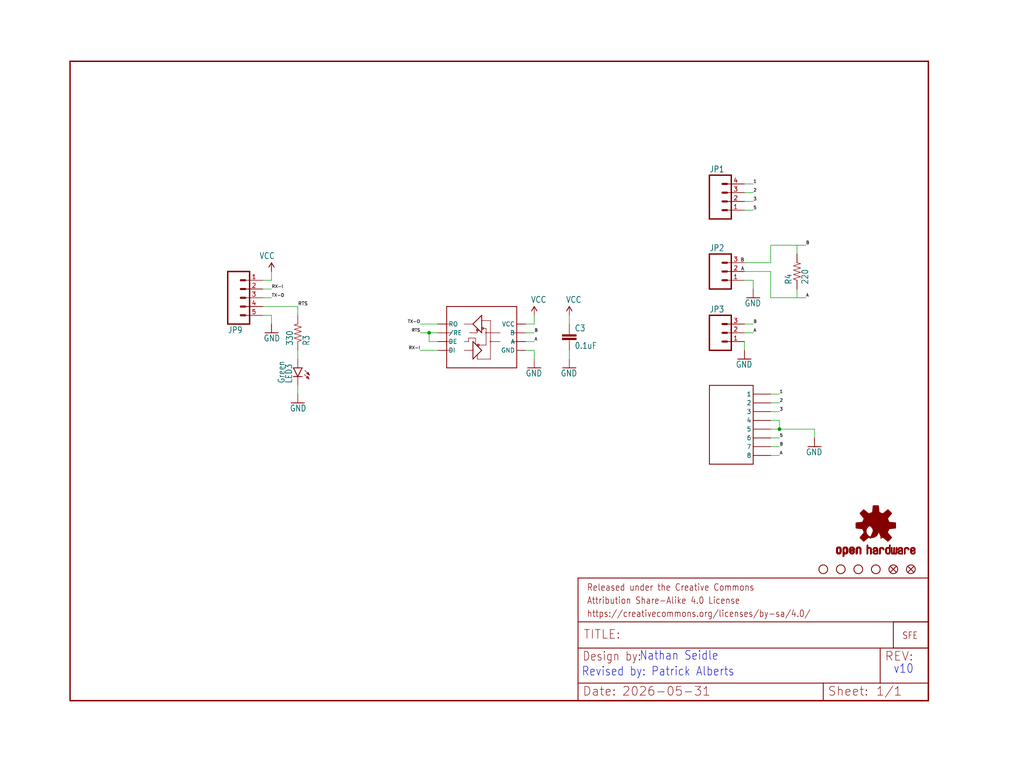
<source format=kicad_sch>
(kicad_sch (version 20231120) (generator "eeschema") (generator_version "8.0")
  (paper "User" 297.002 223.926)
  (lib_symbols
    (symbol "RS485_Breakout_v10-eagle-import:0.1UF-25V(+80/-20%)(0603)"
      (property "Reference" "C" (at 1.524 2.921 0))
      (symbol "0.1UF-25V(+80/-20%)(0603)_1_0"
        (pin passive line (at 0 5.08 270) (length 2.54) (name "1") (number "1"))
        (pin passive line (at 0 -2.54 90) (length 2.54) (name "2") (number "2"))
      )
    )
    (symbol "RS485_Breakout_v10-eagle-import:22OHM1/10W1%(0603)"
      (property "Reference" "R" (at -3.81 1.4986 0))
      (symbol "22OHM1/10W1%(0603)_1_0"
        (pin passive line (at -5.08 0 0) (length 2.54) (name "1") (number "1"))
        (pin passive line (at 5.08 0 180) (length 2.54) (name "2") (number "2"))
      )
    )
    (symbol "RS485_Breakout_v10-eagle-import:330OHM1/10W1%(0603)"
      (property "Reference" "R" (at -3.81 1.4986 0))
      (symbol "330OHM1/10W1%(0603)_1_0"
        (pin passive line (at -5.08 0 0) (length 2.54) (name "1") (number "1"))
        (pin passive line (at 5.08 0 180) (length 2.54) (name "2") (number "2"))
      )
    )
    (symbol "RS485_Breakout_v10-eagle-import:FIDUCIAL1X2")
    (symbol "RS485_Breakout_v10-eagle-import:FRAME-LETTER"
      (symbol "FRAME-LETTER_2_0"
        (text "${#}/${##}" (at 86.36 1.27 0) (effects (font (size 2.54 2.54)) (justify left bottom)))
        (text "${CURRENT_DATE}" (at 12.7 1.27 0) (effects (font (size 2.54 2.54)) (justify left bottom)))
        (text "${PROJECTNAME}" (at 15.494 17.78 0) (effects (font (size 2.7432 2.7432)) (justify left bottom)))
        (text "Attribution Share-Alike 4.0 License" (at 2.54 27.94 0) (effects (font (size 1.9304 1.6408)) (justify left bottom)))
        (text "Date:" (at 1.27 1.27 0) (effects (font (size 2.54 2.54)) (justify left bottom)))
        (text "Design by:" (at 1.27 11.43 0) (effects (font (size 2.54 2.159)) (justify left bottom)))
        (text "https://creativecommons.org/licenses/by-sa/4.0/" (at 2.54 24.13 0) (effects (font (size 1.9304 1.6408)) (justify left bottom)))
        (text "Released under the Creative Commons" (at 2.54 31.75 0) (effects (font (size 1.9304 1.6408)) (justify left bottom)))
        (text "REV:" (at 88.9 11.43 0) (effects (font (size 2.54 2.54)) (justify left bottom)))
        (text "Sheet:" (at 72.39 1.27 0) (effects (font (size 2.54 2.54)) (justify left bottom)))
        (text "TITLE:" (at 1.524 17.78 0) (effects (font (size 2.54 2.54)) (justify left bottom)))
      )
    )
    (symbol "RS485_Breakout_v10-eagle-import:GND" (power)
      (symbol "GND_1_0"
        (pin power_in line (at 0 2.54 270) (length 2.54) (name "GND") (number "1"))
      )
    )
    (symbol "RS485_Breakout_v10-eagle-import:LED-GREEN0603"
      (property "Reference" "D" (at 3.556 -4.572 90))
      (symbol "LED-GREEN0603_1_0"
        (pin passive line (at 0 2.54 270) (length 2.54) (name "A") (number "A"))
        (pin passive line (at 0 -5.08 90) (length 2.54) (name "C") (number "C"))
      )
    )
    (symbol "RS485_Breakout_v10-eagle-import:LOGO-SFESK"
      (symbol "LOGO-SFESK_1_0"
        (text "SFE" (at 0 0 0) (effects (font (size 1.9304 1.6408)) (justify left bottom)))
      )
    )
    (symbol "RS485_Breakout_v10-eagle-import:M03PTH"
      (property "Reference" "JP" (at -2.54 5.842 0))
      (symbol "M03PTH_1_0"
        (pin passive line (at 7.62 -2.54 180) (length 5.08) (name "1") (number "1"))
        (pin passive line (at 7.62 0 180) (length 5.08) (name "2") (number "2"))
        (pin passive line (at 7.62 2.54 180) (length 5.08) (name "3") (number "3"))
      )
    )
    (symbol "RS485_Breakout_v10-eagle-import:M03SCREW"
      (property "Reference" "JP" (at -2.54 5.842 0))
      (symbol "M03SCREW_1_0"
        (pin passive line (at 7.62 -2.54 180) (length 5.08) (name "1") (number "1"))
        (pin passive line (at 7.62 0 180) (length 5.08) (name "2") (number "2"))
        (pin passive line (at 7.62 2.54 180) (length 5.08) (name "3") (number "3"))
      )
    )
    (symbol "RS485_Breakout_v10-eagle-import:M04PTH"
      (property "Reference" "JP" (at -5.08 8.382 0))
      (symbol "M04PTH_1_0"
        (pin passive line (at 5.08 -2.54 180) (length 5.08) (name "1") (number "1"))
        (pin passive line (at 5.08 0 180) (length 5.08) (name "2") (number "2"))
        (pin passive line (at 5.08 2.54 180) (length 5.08) (name "3") (number "3"))
        (pin passive line (at 5.08 5.08 180) (length 5.08) (name "4") (number "4"))
      )
    )
    (symbol "RS485_Breakout_v10-eagle-import:M05PTH"
      (property "Reference" "JP" (at -2.54 8.382 0))
      (symbol "M05PTH_1_0"
        (pin passive line (at 7.62 -5.08 180) (length 5.08) (name "1") (number "1"))
        (pin passive line (at 7.62 -2.54 180) (length 5.08) (name "2") (number "2"))
        (pin passive line (at 7.62 0 180) (length 5.08) (name "3") (number "3"))
        (pin passive line (at 7.62 2.54 180) (length 5.08) (name "4") (number "4"))
        (pin passive line (at 7.62 5.08 180) (length 5.08) (name "5") (number "5"))
      )
    )
    (symbol "RS485_Breakout_v10-eagle-import:OSHW-LOGOS")
    (symbol "RS485_Breakout_v10-eagle-import:RJ45-8PTH"
      (symbol "RJ45-8PTH_1_0"
        (pin bidirectional line (at -12.7 10.16 0) (length 5.08) (name "1") (number "1"))
        (pin bidirectional line (at -12.7 7.62 0) (length 5.08) (name "2") (number "2"))
        (pin bidirectional line (at -12.7 5.08 0) (length 5.08) (name "3") (number "3"))
        (pin bidirectional line (at -12.7 2.54 0) (length 5.08) (name "4") (number "4"))
        (pin bidirectional line (at -12.7 0 0) (length 5.08) (name "5") (number "5"))
        (pin bidirectional line (at -12.7 -2.54 0) (length 5.08) (name "6") (number "6"))
        (pin bidirectional line (at -12.7 -5.08 0) (length 5.08) (name "7") (number "7"))
        (pin bidirectional line (at -12.7 -7.62 0) (length 5.08) (name "8") (number "8"))
      )
    )
    (symbol "RS485_Breakout_v10-eagle-import:RS485SOIC"
      (symbol "RS485SOIC_1_0"
        (pin bidirectional line (at -10.16 2.54 0) (length 2.54) (name "RO") (number "1"))
        (pin bidirectional line (at -10.16 0 0) (length 2.54) (name "/RE") (number "2"))
        (pin bidirectional line (at -10.16 -2.54 0) (length 2.54) (name "DE") (number "3"))
        (pin bidirectional line (at -10.16 -5.08 0) (length 2.54) (name "DI") (number "4"))
        (pin bidirectional line (at 15.24 -5.08 180) (length 2.54) (name "GND") (number "5"))
        (pin bidirectional line (at 15.24 -2.54 180) (length 2.54) (name "A") (number "6"))
        (pin bidirectional line (at 15.24 0 180) (length 2.54) (name "B") (number "7"))
        (pin bidirectional line (at 15.24 2.54 180) (length 2.54) (name "VCC") (number "8"))
      )
    )
    (symbol "RS485_Breakout_v10-eagle-import:STAND-OFF")
    (symbol "RS485_Breakout_v10-eagle-import:VCC" (power)
      (symbol "VCC_1_0"
        (pin power_in line (at 0 0 90) (length 2.54) (name "VCC") (number "1"))
      )
    )
  )
  (junction (at 226.06 124.46))
  (junction (at 124.46 96.52))
  (wire (pts (xy 154.94 93.98) (xy 154.94 91.44)) (stroke (width 0.1524)))
  (wire (pts (xy 223.52 76.2) (xy 223.52 71.12)) (stroke (width 0.1524)))
  (wire (pts (xy 215.9 78.74) (xy 223.52 78.74)) (stroke (width 0.1524)))
  (wire (pts (xy 215.9 58.42) (xy 218.44 58.42)) (stroke (width 0.1524)))
  (wire (pts (xy 215.9 55.88) (xy 218.44 55.88)) (stroke (width 0.1524)))
  (wire (pts (xy 218.44 81.28) (xy 218.44 83.82)) (stroke (width 0.1524)))
  (wire (pts (xy 127 101.6) (xy 121.92 101.6)) (stroke (width 0.1524)))
  (wire (pts (xy 223.52 121.92) (xy 226.06 121.92)) (stroke (width 0.1524)))
  (wire (pts (xy 124.46 96.52) (xy 121.92 96.52)) (stroke (width 0.1524)))
  (wire (pts (xy 236.22 124.46) (xy 236.22 127)) (stroke (width 0.1524)))
  (wire (pts (xy 76.2 81.28) (xy 78.74 81.28)) (stroke (width 0.1524)))
  (wire (pts (xy 223.52 124.46) (xy 226.06 124.46)) (stroke (width 0.1524)))
  (wire (pts (xy 152.4 93.98) (xy 154.94 93.98)) (stroke (width 0.1524)))
  (wire (pts (xy 127 99.06) (xy 124.46 99.06)) (stroke (width 0.1524)))
  (wire (pts (xy 165.1 104.14) (xy 165.1 101.6)) (stroke (width 0.1524)))
  (wire (pts (xy 223.52 129.54) (xy 226.06 129.54)) (stroke (width 0.1524)))
  (wire (pts (xy 226.06 124.46) (xy 236.22 124.46)) (stroke (width 0.1524)))
  (wire (pts (xy 223.52 78.74) (xy 223.52 86.36)) (stroke (width 0.1524)))
  (wire (pts (xy 215.9 99.06) (xy 215.9 101.6)) (stroke (width 0.1524)))
  (wire (pts (xy 86.36 104.14) (xy 86.36 101.6)) (stroke (width 0.1524)))
  (wire (pts (xy 76.2 86.36) (xy 78.74 86.36)) (stroke (width 0.1524)))
  (wire (pts (xy 76.2 91.44) (xy 78.74 91.44)) (stroke (width 0.1524)))
  (wire (pts (xy 86.36 114.3) (xy 86.36 111.76)) (stroke (width 0.1524)))
  (wire (pts (xy 223.52 119.38) (xy 226.06 119.38)) (stroke (width 0.1524)))
  (wire (pts (xy 215.9 96.52) (xy 218.44 96.52)) (stroke (width 0.1524)))
  (wire (pts (xy 127 96.52) (xy 124.46 96.52)) (stroke (width 0.1524)))
  (wire (pts (xy 76.2 88.9) (xy 86.36 88.9)) (stroke (width 0.1524)))
  (wire (pts (xy 76.2 83.82) (xy 78.74 83.82)) (stroke (width 0.1524)))
  (wire (pts (xy 215.9 53.34) (xy 218.44 53.34)) (stroke (width 0.1524)))
  (wire (pts (xy 223.52 127) (xy 226.06 127)) (stroke (width 0.1524)))
  (wire (pts (xy 152.4 99.06) (xy 154.94 99.06)) (stroke (width 0.1524)))
  (wire (pts (xy 231.14 71.12) (xy 231.14 73.66)) (stroke (width 0.1524)))
  (wire (pts (xy 226.06 121.92) (xy 226.06 124.46)) (stroke (width 0.1524)))
  (wire (pts (xy 124.46 99.06) (xy 124.46 96.52)) (stroke (width 0.1524)))
  (wire (pts (xy 78.74 91.44) (xy 78.74 93.98)) (stroke (width 0.1524)))
  (wire (pts (xy 223.52 71.12) (xy 231.14 71.12)) (stroke (width 0.1524)))
  (wire (pts (xy 215.9 76.2) (xy 223.52 76.2)) (stroke (width 0.1524)))
  (wire (pts (xy 152.4 96.52) (xy 154.94 96.52)) (stroke (width 0.1524)))
  (wire (pts (xy 223.52 132.08) (xy 226.06 132.08)) (stroke (width 0.1524)))
  (wire (pts (xy 78.74 81.28) (xy 78.74 78.74)) (stroke (width 0.1524)))
  (wire (pts (xy 231.14 86.36) (xy 231.14 83.82)) (stroke (width 0.1524)))
  (wire (pts (xy 215.9 93.98) (xy 218.44 93.98)) (stroke (width 0.1524)))
  (wire (pts (xy 165.1 91.44) (xy 165.1 93.98)) (stroke (width 0.1524)))
  (wire (pts (xy 231.14 86.36) (xy 233.68 86.36)) (stroke (width 0.1524)))
  (wire (pts (xy 154.94 101.6) (xy 154.94 104.14)) (stroke (width 0.1524)))
  (wire (pts (xy 231.14 71.12) (xy 233.68 71.12)) (stroke (width 0.1524)))
  (wire (pts (xy 127 93.98) (xy 121.92 93.98)) (stroke (width 0.1524)))
  (wire (pts (xy 215.9 60.96) (xy 218.44 60.96)) (stroke (width 0.1524)))
  (wire (pts (xy 86.36 88.9) (xy 86.36 91.44)) (stroke (width 0.1524)))
  (wire (pts (xy 223.52 86.36) (xy 231.14 86.36)) (stroke (width 0.1524)))
  (wire (pts (xy 223.52 116.84) (xy 226.06 116.84)) (stroke (width 0.1524)))
  (wire (pts (xy 223.52 114.3) (xy 226.06 114.3)) (stroke (width 0.1524)))
  (wire (pts (xy 154.94 101.6) (xy 152.4 101.6)) (stroke (width 0.1524)))
  (wire (pts (xy 215.9 81.28) (xy 218.44 81.28)) (stroke (width 0.1524)))
  (text "v10" (at 259.08 195.58 0) (effects (font (size 2.54 2.159)) (justify left bottom)))
  (text "Nathan Seidle" (at 185.42 191.77 0) (effects (font (size 2.54 2.159)) (justify left bottom)))
  (text "Revised by: Patrick Alberts" (at 168.656 196.342 0) (effects (font (size 2.54 2.159)) (justify left bottom)))
  (label "1" (at 218.44 53.34 0) (effects (font (size 0.889 0.889))))
  (label "B" (at 233.68 71.12 0) (effects (font (size 0.889 0.889))))
  (label "TX-O" (at 78.74 86.36 0) (effects (font (size 0.889 0.889))))
  (label "A" (at 233.68 86.36 0) (effects (font (size 0.889 0.889))))
  (label "2" (at 226.06 116.84 0) (effects (font (size 0.889 0.889))))
  (label "RTS" (at 86.36 88.9 0) (effects (font (size 1.016 1.016))))
  (label "RX-I" (at 78.74 83.82 0) (effects (font (size 0.889 0.889))))
  (label "3" (at 226.06 119.38 0) (effects (font (size 0.889 0.889))))
  (label "2" (at 218.44 55.88 0) (effects (font (size 0.889 0.889))))
  (label "B" (at 154.94 96.52 0) (effects (font (size 0.889 0.889))))
  (label "5" (at 226.06 127 0) (effects (font (size 0.889 0.889))))
  (label "1" (at 226.06 114.3 0) (effects (font (size 0.889 0.889))))
  (label "A" (at 218.44 96.52 0) (effects (font (size 0.889 0.889))))
  (label "3" (at 218.44 58.42 0) (effects (font (size 0.889 0.889))))
  (label "B" (at 218.44 93.98 0) (effects (font (size 0.889 0.889))))
  (label "RTS" (at 121.92 96.52 180) (effects (font (size 0.889 0.889))))
  (label "B" (at 226.06 129.54 0) (effects (font (size 0.889 0.889))))
  (label "RX-I" (at 121.92 101.6 180) (effects (font (size 0.889 0.889))))
  (label "B" (at 215.9 76.2 180) (effects (font (size 1.016 1.016))))
  (label "5" (at 218.44 60.96 0) (effects (font (size 0.889 0.889))))
  (label "A" (at 215.9 78.74 180) (effects (font (size 1.016 1.016))))
  (label "A" (at 226.06 132.08 0) (effects (font (size 0.889 0.889))))
  (label "A" (at 154.94 99.06 0) (effects (font (size 0.889 0.889))))
  (label "TX-O" (at 121.92 93.98 180) (effects (font (size 0.889 0.889))))
  (symbol (lib_id "RS485_Breakout_v10-eagle-import:0.1UF-25V(+80/-20%)(0603)") (at 165.1 99.06 0) (unit 1)
    (property "Reference" "C3" (at 166.624 96.139 0) (effects (font (size 1.778 1.5113)) (justify left bottom)))
    (property "Value" "0.1uF" (at 166.624 101.219 0) (effects (font (size 1.778 1.5113)) (justify left bottom)))
    (property "Footprint" "RS485_Breakout_v10:0603-CAP" (effects (hide yes)))
  )
  (symbol (lib_id "RS485_Breakout_v10-eagle-import:STAND-OFF") (at 248.92 165.1 0) (unit 1)
    (property "Reference" "JP6" (effects (hide yes)))
    (property "Value" "STAND-OFF" (effects (hide yes)))
    (property "Footprint" "RS485_Breakout_v10:STAND-OFF" (effects (hide yes)))
  )
  (symbol (lib_id "RS485_Breakout_v10-eagle-import:M03SCREW") (at 208.28 78.74 0) (unit 1)
    (property "Reference" "JP2" (at 205.74 72.898 0) (effects (font (size 1.778 1.5113)) (justify left bottom)))
    (property "Value" "M03SCREW" (effects (hide yes)))
    (property "Footprint" "RS485_Breakout_v10:SCREWTERMINAL-3.5MM-3" (effects (hide yes)))
  )
  (symbol (lib_id "RS485_Breakout_v10-eagle-import:FIDUCIAL1X2") (at 259.08 165.1 0) (unit 1)
    (property "Reference" "JP5" (effects (hide yes)))
    (property "Value" "FIDUCIAL1X2" (effects (hide yes)))
    (property "Footprint" "RS485_Breakout_v10:FIDUCIAL-1X2" (effects (hide yes)))
  )
  (symbol (lib_id "RS485_Breakout_v10-eagle-import:STAND-OFF") (at 243.84 165.1 0) (unit 1)
    (property "Reference" "JP7" (effects (hide yes)))
    (property "Value" "STAND-OFF" (effects (hide yes)))
    (property "Footprint" "RS485_Breakout_v10:STAND-OFF" (effects (hide yes)))
  )
  (symbol (lib_id "RS485_Breakout_v10-eagle-import:FIDUCIAL1X2") (at 264.16 165.1 0) (unit 1)
    (property "Reference" "JP10" (effects (hide yes)))
    (property "Value" "FIDUCIAL1X2" (effects (hide yes)))
    (property "Footprint" "RS485_Breakout_v10:FIDUCIAL-1X2" (effects (hide yes)))
  )
  (symbol (lib_id "RS485_Breakout_v10-eagle-import:VCC") (at 165.1 91.44 0) (unit 1)
    (property "Reference" "#P+6" (effects (hide yes)))
    (property "Value" "VCC" (at 164.084 87.884 0) (effects (font (size 1.778 1.5113)) (justify left bottom)))
  )
  (symbol (lib_id "RS485_Breakout_v10-eagle-import:LED-GREEN0603") (at 86.36 106.68 0) (mirror y) (unit 1)
    (property "Reference" "LED3" (at 82.804 111.252 90) (effects (font (size 1.778 1.5113)) (justify left bottom)))
    (property "Value" "Green" (at 80.645 111.252 90) (effects (font (size 1.778 1.5113)) (justify left bottom)))
    (property "Footprint" "RS485_Breakout_v10:LED-0603" (effects (hide yes)))
  )
  (symbol (lib_id "RS485_Breakout_v10-eagle-import:OSHW-LOGOS") (at 254 152.4 0) (unit 1)
    (property "Reference" "LOGO1" (effects (hide yes)))
    (property "Value" "OSHW-LOGOS" (effects (hide yes)))
    (property "Footprint" "RS485_Breakout_v10:OSHW-LOGO-S" (effects (hide yes)))
  )
  (symbol (lib_id "RS485_Breakout_v10-eagle-import:GND") (at 78.74 96.52 0) (mirror y) (unit 1)
    (property "Reference" "#GND6" (effects (hide yes)))
    (property "Value" "GND" (at 81.28 99.06 0) (effects (font (size 1.778 1.5113)) (justify left bottom)))
  )
  (symbol (lib_id "RS485_Breakout_v10-eagle-import:STAND-OFF") (at 238.76 165.1 0) (unit 1)
    (property "Reference" "JP8" (effects (hide yes)))
    (property "Value" "STAND-OFF" (effects (hide yes)))
    (property "Footprint" "RS485_Breakout_v10:STAND-OFF" (effects (hide yes)))
  )
  (symbol (lib_id "RS485_Breakout_v10-eagle-import:GND") (at 215.9 104.14 0) (unit 1)
    (property "Reference" "#GND3" (effects (hide yes)))
    (property "Value" "GND" (at 213.36 106.68 0) (effects (font (size 1.778 1.5113)) (justify left bottom)))
  )
  (symbol (lib_id "RS485_Breakout_v10-eagle-import:M05PTH") (at 68.58 86.36 0) (mirror x) (unit 1)
    (property "Reference" "JP9" (at 66.04 94.742 0) (effects (font (size 1.778 1.5113)) (justify left bottom)))
    (property "Value" "M05PTH" (effects (hide yes)))
    (property "Footprint" "RS485_Breakout_v10:1X05" (effects (hide yes)))
  )
  (symbol (lib_id "RS485_Breakout_v10-eagle-import:VCC") (at 78.74 78.74 0) (mirror y) (unit 1)
    (property "Reference" "#P+2" (effects (hide yes)))
    (property "Value" "VCC" (at 79.756 75.184 0) (effects (font (size 1.778 1.5113)) (justify left bottom)))
  )
  (symbol (lib_id "RS485_Breakout_v10-eagle-import:LOGO-SFESK") (at 261.62 185.42 0) (unit 1)
    (property "Reference" "U$2" (effects (hide yes)))
    (property "Value" "LOGO-SFESK" (effects (hide yes)))
    (property "Footprint" "RS485_Breakout_v10:SFE-LOGO-FLAME" (effects (hide yes)))
  )
  (symbol (lib_id "RS485_Breakout_v10-eagle-import:GND") (at 218.44 86.36 0) (unit 1)
    (property "Reference" "#GND4" (effects (hide yes)))
    (property "Value" "GND" (at 215.9 88.9 0) (effects (font (size 1.778 1.5113)) (justify left bottom)))
  )
  (symbol (lib_id "RS485_Breakout_v10-eagle-import:STAND-OFF") (at 254 165.1 0) (unit 1)
    (property "Reference" "JP15" (effects (hide yes)))
    (property "Value" "STAND-OFF" (effects (hide yes)))
    (property "Footprint" "RS485_Breakout_v10:STAND-OFF" (effects (hide yes)))
  )
  (symbol (lib_id "RS485_Breakout_v10-eagle-import:GND") (at 86.36 116.84 0) (mirror y) (unit 1)
    (property "Reference" "#GND10" (effects (hide yes)))
    (property "Value" "GND" (at 88.9 119.38 0) (effects (font (size 1.778 1.5113)) (justify left bottom)))
  )
  (symbol (lib_id "RS485_Breakout_v10-eagle-import:GND") (at 165.1 106.68 0) (unit 1)
    (property "Reference" "#GND11" (effects (hide yes)))
    (property "Value" "GND" (at 162.56 109.22 0) (effects (font (size 1.778 1.5113)) (justify left bottom)))
  )
  (symbol (lib_id "RS485_Breakout_v10-eagle-import:22OHM1/10W1%(0603)") (at 231.14 78.74 90) (unit 1)
    (property "Reference" "R4" (at 229.6414 82.55 0) (effects (font (size 1.778 1.5113)) (justify left bottom)))
    (property "Value" "220" (at 234.442 82.55 0) (effects (font (size 1.778 1.5113)) (justify left bottom)))
    (property "Footprint" "RS485_Breakout_v10:0603-RES" (effects (hide yes)))
  )
  (symbol (lib_id "RS485_Breakout_v10-eagle-import:VCC") (at 154.94 91.44 0) (unit 1)
    (property "Reference" "#P+5" (effects (hide yes)))
    (property "Value" "VCC" (at 153.924 87.884 0) (effects (font (size 1.778 1.5113)) (justify left bottom)))
  )
  (symbol (lib_id "RS485_Breakout_v10-eagle-import:FRAME-LETTER") (at 20.32 203.2 0) (unit 1)
    (property "Reference" "FRAME1" (effects (hide yes)))
    (property "Value" "FRAME-LETTER" (effects (hide yes)))
    (property "Footprint" "RS485_Breakout_v10:CREATIVE_COMMONS" (effects (hide yes)))
  )
  (symbol (lib_id "RS485_Breakout_v10-eagle-import:330OHM1/10W1%(0603)") (at 86.36 96.52 270) (mirror x) (unit 1)
    (property "Reference" "R3" (at 87.8586 100.33 0) (effects (font (size 1.778 1.5113)) (justify left bottom)))
    (property "Value" "330" (at 83.058 100.33 0) (effects (font (size 1.778 1.5113)) (justify left bottom)))
    (property "Footprint" "RS485_Breakout_v10:0603-RES" (effects (hide yes)))
  )
  (symbol (lib_id "RS485_Breakout_v10-eagle-import:GND") (at 154.94 106.68 0) (unit 1)
    (property "Reference" "#GND9" (effects (hide yes)))
    (property "Value" "GND" (at 152.4 109.22 0) (effects (font (size 1.778 1.5113)) (justify left bottom)))
  )
  (symbol (lib_id "RS485_Breakout_v10-eagle-import:RS485SOIC") (at 137.16 96.52 0) (unit 1)
    (property "Reference" "U2" (effects (hide yes)))
    (property "Value" "RS485SOIC" (effects (hide yes)))
    (property "Footprint" "RS485_Breakout_v10:SO08" (effects (hide yes)))
  )
  (symbol (lib_id "RS485_Breakout_v10-eagle-import:GND") (at 236.22 129.54 0) (unit 1)
    (property "Reference" "#GND12" (effects (hide yes)))
    (property "Value" "GND" (at 233.68 132.08 0) (effects (font (size 1.778 1.5113)) (justify left bottom)))
  )
  (symbol (lib_id "RS485_Breakout_v10-eagle-import:FRAME-LETTER") (at 167.64 203.2 0) (unit 2)
    (property "Reference" "FRAME1" (effects (hide yes)))
    (property "Value" "FRAME-LETTER" (effects (hide yes)))
    (property "Footprint" "RS485_Breakout_v10:CREATIVE_COMMONS" (effects (hide yes)))
  )
  (symbol (lib_id "RS485_Breakout_v10-eagle-import:M03PTH") (at 208.28 96.52 0) (unit 1)
    (property "Reference" "JP3" (at 205.74 90.678 0) (effects (font (size 1.778 1.5113)) (justify left bottom)))
    (property "Value" "M03PTH" (effects (hide yes)))
    (property "Footprint" "RS485_Breakout_v10:1X03" (effects (hide yes)))
  )
  (symbol (lib_id "RS485_Breakout_v10-eagle-import:M04PTH") (at 210.82 58.42 0) (unit 1)
    (property "Reference" "JP1" (at 205.74 50.038 0) (effects (font (size 1.778 1.5113)) (justify left bottom)))
    (property "Value" "M04PTH" (effects (hide yes)))
    (property "Footprint" "RS485_Breakout_v10:1X04" (effects (hide yes)))
  )
  (symbol (lib_id "RS485_Breakout_v10-eagle-import:RJ45-8PTH") (at 210.82 124.46 0) (mirror y) (unit 1)
    (property "Reference" "JP4" (effects (hide yes)))
    (property "Value" "RJ45-8PTH" (effects (hide yes)))
    (property "Footprint" "RS485_Breakout_v10:RJ45-8" (effects (hide yes)))
  )
)
</source>
